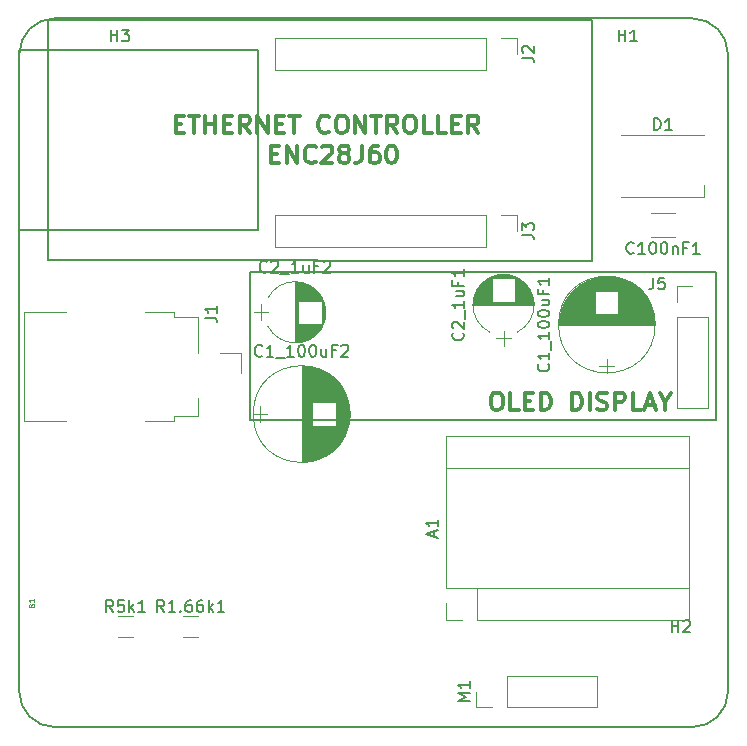
<source format=gbr>
%TF.GenerationSoftware,KiCad,Pcbnew,(5.0.1-3-g963ef8bb5)*%
%TF.CreationDate,2020-02-23T21:28:53+01:00*%
%TF.ProjectId,ethersweep,657468657273776565702E6B69636164,rev?*%
%TF.SameCoordinates,Original*%
%TF.FileFunction,Legend,Top*%
%TF.FilePolarity,Positive*%
%FSLAX46Y46*%
G04 Gerber Fmt 4.6, Leading zero omitted, Abs format (unit mm)*
G04 Created by KiCad (PCBNEW (5.0.1-3-g963ef8bb5)) date 2020 February 23, Sunday 21:28:53*
%MOMM*%
%LPD*%
G01*
G04 APERTURE LIST*
%ADD10C,0.300000*%
%ADD11C,0.150000*%
%ADD12C,0.200000*%
%ADD13C,0.120000*%
%ADD14C,0.015000*%
G04 APERTURE END LIST*
D10*
X124785714Y-101178571D02*
X125071428Y-101178571D01*
X125214285Y-101250000D01*
X125357142Y-101392857D01*
X125428571Y-101678571D01*
X125428571Y-102178571D01*
X125357142Y-102464285D01*
X125214285Y-102607142D01*
X125071428Y-102678571D01*
X124785714Y-102678571D01*
X124642857Y-102607142D01*
X124499999Y-102464285D01*
X124428571Y-102178571D01*
X124428571Y-101678571D01*
X124499999Y-101392857D01*
X124642857Y-101250000D01*
X124785714Y-101178571D01*
X126785714Y-102678571D02*
X126071428Y-102678571D01*
X126071428Y-101178571D01*
X127285714Y-101892857D02*
X127785714Y-101892857D01*
X127999999Y-102678571D02*
X127285714Y-102678571D01*
X127285714Y-101178571D01*
X127999999Y-101178571D01*
X128642857Y-102678571D02*
X128642857Y-101178571D01*
X128999999Y-101178571D01*
X129214285Y-101250000D01*
X129357142Y-101392857D01*
X129428571Y-101535714D01*
X129499999Y-101821428D01*
X129499999Y-102035714D01*
X129428571Y-102321428D01*
X129357142Y-102464285D01*
X129214285Y-102607142D01*
X128999999Y-102678571D01*
X128642857Y-102678571D01*
X131285714Y-102678571D02*
X131285714Y-101178571D01*
X131642857Y-101178571D01*
X131857142Y-101250000D01*
X131999999Y-101392857D01*
X132071428Y-101535714D01*
X132142857Y-101821428D01*
X132142857Y-102035714D01*
X132071428Y-102321428D01*
X131999999Y-102464285D01*
X131857142Y-102607142D01*
X131642857Y-102678571D01*
X131285714Y-102678571D01*
X132785714Y-102678571D02*
X132785714Y-101178571D01*
X133428571Y-102607142D02*
X133642857Y-102678571D01*
X133999999Y-102678571D01*
X134142857Y-102607142D01*
X134214285Y-102535714D01*
X134285714Y-102392857D01*
X134285714Y-102250000D01*
X134214285Y-102107142D01*
X134142857Y-102035714D01*
X133999999Y-101964285D01*
X133714285Y-101892857D01*
X133571428Y-101821428D01*
X133499999Y-101750000D01*
X133428571Y-101607142D01*
X133428571Y-101464285D01*
X133499999Y-101321428D01*
X133571428Y-101250000D01*
X133714285Y-101178571D01*
X134071428Y-101178571D01*
X134285714Y-101250000D01*
X134928571Y-102678571D02*
X134928571Y-101178571D01*
X135500000Y-101178571D01*
X135642857Y-101250000D01*
X135714285Y-101321428D01*
X135785714Y-101464285D01*
X135785714Y-101678571D01*
X135714285Y-101821428D01*
X135642857Y-101892857D01*
X135500000Y-101964285D01*
X134928571Y-101964285D01*
X137142857Y-102678571D02*
X136428571Y-102678571D01*
X136428571Y-101178571D01*
X137571428Y-102250000D02*
X138285714Y-102250000D01*
X137428571Y-102678571D02*
X137928571Y-101178571D01*
X138428571Y-102678571D01*
X139214285Y-101964285D02*
X139214285Y-102678571D01*
X138714285Y-101178571D02*
X139214285Y-101964285D01*
X139714285Y-101178571D01*
D11*
X143500000Y-91000000D02*
X143500000Y-103500000D01*
X104000000Y-91000000D02*
X143500000Y-91000000D01*
X104000000Y-103500000D02*
X104000000Y-91000000D01*
X143500000Y-103500000D02*
X104000000Y-103500000D01*
X84500000Y-72500000D02*
G75*
G02X87500000Y-69500000I3000000J0D01*
G01*
X87500000Y-129500000D02*
G75*
G02X84500000Y-126500000I0J3000000D01*
G01*
X144500000Y-126500000D02*
G75*
G02X141500000Y-129500000I-3000000J0D01*
G01*
X141500000Y-69500000D02*
G75*
G02X144500000Y-72500000I0J-3000000D01*
G01*
D12*
X84500000Y-126500000D02*
X84500000Y-72500000D01*
X141500000Y-129500000D02*
X87500000Y-129500000D01*
X144500000Y-72500000D02*
X144500000Y-126500000D01*
X87500000Y-69500000D02*
X141500000Y-69500000D01*
D10*
X97732857Y-78437857D02*
X98232857Y-78437857D01*
X98447142Y-79223571D02*
X97732857Y-79223571D01*
X97732857Y-77723571D01*
X98447142Y-77723571D01*
X98875714Y-77723571D02*
X99732857Y-77723571D01*
X99304285Y-79223571D02*
X99304285Y-77723571D01*
X100232857Y-79223571D02*
X100232857Y-77723571D01*
X100232857Y-78437857D02*
X101090000Y-78437857D01*
X101090000Y-79223571D02*
X101090000Y-77723571D01*
X101804285Y-78437857D02*
X102304285Y-78437857D01*
X102518571Y-79223571D02*
X101804285Y-79223571D01*
X101804285Y-77723571D01*
X102518571Y-77723571D01*
X104018571Y-79223571D02*
X103518571Y-78509285D01*
X103161428Y-79223571D02*
X103161428Y-77723571D01*
X103732857Y-77723571D01*
X103875714Y-77795000D01*
X103947142Y-77866428D01*
X104018571Y-78009285D01*
X104018571Y-78223571D01*
X103947142Y-78366428D01*
X103875714Y-78437857D01*
X103732857Y-78509285D01*
X103161428Y-78509285D01*
X104661428Y-79223571D02*
X104661428Y-77723571D01*
X105518571Y-79223571D01*
X105518571Y-77723571D01*
X106232857Y-78437857D02*
X106732857Y-78437857D01*
X106947142Y-79223571D02*
X106232857Y-79223571D01*
X106232857Y-77723571D01*
X106947142Y-77723571D01*
X107375714Y-77723571D02*
X108232857Y-77723571D01*
X107804285Y-79223571D02*
X107804285Y-77723571D01*
X110732857Y-79080714D02*
X110661428Y-79152142D01*
X110447142Y-79223571D01*
X110304285Y-79223571D01*
X110090000Y-79152142D01*
X109947142Y-79009285D01*
X109875714Y-78866428D01*
X109804285Y-78580714D01*
X109804285Y-78366428D01*
X109875714Y-78080714D01*
X109947142Y-77937857D01*
X110090000Y-77795000D01*
X110304285Y-77723571D01*
X110447142Y-77723571D01*
X110661428Y-77795000D01*
X110732857Y-77866428D01*
X111661428Y-77723571D02*
X111947142Y-77723571D01*
X112090000Y-77795000D01*
X112232857Y-77937857D01*
X112304285Y-78223571D01*
X112304285Y-78723571D01*
X112232857Y-79009285D01*
X112090000Y-79152142D01*
X111947142Y-79223571D01*
X111661428Y-79223571D01*
X111518571Y-79152142D01*
X111375714Y-79009285D01*
X111304285Y-78723571D01*
X111304285Y-78223571D01*
X111375714Y-77937857D01*
X111518571Y-77795000D01*
X111661428Y-77723571D01*
X112947142Y-79223571D02*
X112947142Y-77723571D01*
X113804285Y-79223571D01*
X113804285Y-77723571D01*
X114304285Y-77723571D02*
X115161428Y-77723571D01*
X114732857Y-79223571D02*
X114732857Y-77723571D01*
X116518571Y-79223571D02*
X116018571Y-78509285D01*
X115661428Y-79223571D02*
X115661428Y-77723571D01*
X116232857Y-77723571D01*
X116375714Y-77795000D01*
X116447142Y-77866428D01*
X116518571Y-78009285D01*
X116518571Y-78223571D01*
X116447142Y-78366428D01*
X116375714Y-78437857D01*
X116232857Y-78509285D01*
X115661428Y-78509285D01*
X117447142Y-77723571D02*
X117732857Y-77723571D01*
X117875714Y-77795000D01*
X118018571Y-77937857D01*
X118090000Y-78223571D01*
X118090000Y-78723571D01*
X118018571Y-79009285D01*
X117875714Y-79152142D01*
X117732857Y-79223571D01*
X117447142Y-79223571D01*
X117304285Y-79152142D01*
X117161428Y-79009285D01*
X117090000Y-78723571D01*
X117090000Y-78223571D01*
X117161428Y-77937857D01*
X117304285Y-77795000D01*
X117447142Y-77723571D01*
X119447142Y-79223571D02*
X118732857Y-79223571D01*
X118732857Y-77723571D01*
X120661428Y-79223571D02*
X119947142Y-79223571D01*
X119947142Y-77723571D01*
X121161428Y-78437857D02*
X121661428Y-78437857D01*
X121875714Y-79223571D02*
X121161428Y-79223571D01*
X121161428Y-77723571D01*
X121875714Y-77723571D01*
X123375714Y-79223571D02*
X122875714Y-78509285D01*
X122518571Y-79223571D02*
X122518571Y-77723571D01*
X123090000Y-77723571D01*
X123232857Y-77795000D01*
X123304285Y-77866428D01*
X123375714Y-78009285D01*
X123375714Y-78223571D01*
X123304285Y-78366428D01*
X123232857Y-78437857D01*
X123090000Y-78509285D01*
X122518571Y-78509285D01*
X105804285Y-80987857D02*
X106304285Y-80987857D01*
X106518571Y-81773571D02*
X105804285Y-81773571D01*
X105804285Y-80273571D01*
X106518571Y-80273571D01*
X107161428Y-81773571D02*
X107161428Y-80273571D01*
X108018571Y-81773571D01*
X108018571Y-80273571D01*
X109590000Y-81630714D02*
X109518571Y-81702142D01*
X109304285Y-81773571D01*
X109161428Y-81773571D01*
X108947142Y-81702142D01*
X108804285Y-81559285D01*
X108732857Y-81416428D01*
X108661428Y-81130714D01*
X108661428Y-80916428D01*
X108732857Y-80630714D01*
X108804285Y-80487857D01*
X108947142Y-80345000D01*
X109161428Y-80273571D01*
X109304285Y-80273571D01*
X109518571Y-80345000D01*
X109590000Y-80416428D01*
X110161428Y-80416428D02*
X110232857Y-80345000D01*
X110375714Y-80273571D01*
X110732857Y-80273571D01*
X110875714Y-80345000D01*
X110947142Y-80416428D01*
X111018571Y-80559285D01*
X111018571Y-80702142D01*
X110947142Y-80916428D01*
X110090000Y-81773571D01*
X111018571Y-81773571D01*
X111875714Y-80916428D02*
X111732857Y-80845000D01*
X111661428Y-80773571D01*
X111590000Y-80630714D01*
X111590000Y-80559285D01*
X111661428Y-80416428D01*
X111732857Y-80345000D01*
X111875714Y-80273571D01*
X112161428Y-80273571D01*
X112304285Y-80345000D01*
X112375714Y-80416428D01*
X112447142Y-80559285D01*
X112447142Y-80630714D01*
X112375714Y-80773571D01*
X112304285Y-80845000D01*
X112161428Y-80916428D01*
X111875714Y-80916428D01*
X111732857Y-80987857D01*
X111661428Y-81059285D01*
X111590000Y-81202142D01*
X111590000Y-81487857D01*
X111661428Y-81630714D01*
X111732857Y-81702142D01*
X111875714Y-81773571D01*
X112161428Y-81773571D01*
X112304285Y-81702142D01*
X112375714Y-81630714D01*
X112447142Y-81487857D01*
X112447142Y-81202142D01*
X112375714Y-81059285D01*
X112304285Y-80987857D01*
X112161428Y-80916428D01*
X113518571Y-80273571D02*
X113518571Y-81345000D01*
X113447142Y-81559285D01*
X113304285Y-81702142D01*
X113090000Y-81773571D01*
X112947142Y-81773571D01*
X114875714Y-80273571D02*
X114590000Y-80273571D01*
X114447142Y-80345000D01*
X114375714Y-80416428D01*
X114232857Y-80630714D01*
X114161428Y-80916428D01*
X114161428Y-81487857D01*
X114232857Y-81630714D01*
X114304285Y-81702142D01*
X114447142Y-81773571D01*
X114732857Y-81773571D01*
X114875714Y-81702142D01*
X114947142Y-81630714D01*
X115018571Y-81487857D01*
X115018571Y-81130714D01*
X114947142Y-80987857D01*
X114875714Y-80916428D01*
X114732857Y-80845000D01*
X114447142Y-80845000D01*
X114304285Y-80916428D01*
X114232857Y-80987857D01*
X114161428Y-81130714D01*
X115947142Y-80273571D02*
X116090000Y-80273571D01*
X116232857Y-80345000D01*
X116304285Y-80416428D01*
X116375714Y-80559285D01*
X116447142Y-80845000D01*
X116447142Y-81202142D01*
X116375714Y-81487857D01*
X116304285Y-81630714D01*
X116232857Y-81702142D01*
X116090000Y-81773571D01*
X115947142Y-81773571D01*
X115804285Y-81702142D01*
X115732857Y-81630714D01*
X115661428Y-81487857D01*
X115590000Y-81202142D01*
X115590000Y-80845000D01*
X115661428Y-80559285D01*
X115732857Y-80416428D01*
X115804285Y-80345000D01*
X115947142Y-80273571D01*
D12*
X84500000Y-72200000D02*
X104740000Y-72200000D01*
X84476289Y-87431918D02*
X84500000Y-72200000D01*
X104740000Y-87440000D02*
X84500000Y-87440000D01*
X104740000Y-72200000D02*
X104716289Y-87431918D01*
X86960000Y-69660000D02*
X133000000Y-69660000D01*
X86936289Y-89971918D02*
X86960000Y-69660000D01*
X133000000Y-90000000D02*
X86960000Y-89971918D01*
X133023711Y-69660000D02*
X133000000Y-89971918D01*
D13*
X120600000Y-104900000D02*
X120600000Y-117730000D01*
X141180000Y-104900000D02*
X120600000Y-104900000D01*
X141180000Y-120400000D02*
X141180000Y-104900000D01*
X123270000Y-120400000D02*
X141180000Y-120400000D01*
X123270000Y-117730000D02*
X123270000Y-120400000D01*
X120600000Y-117730000D02*
X123270000Y-117730000D01*
X120600000Y-120400000D02*
X122000000Y-120400000D01*
X120600000Y-119000000D02*
X120600000Y-120400000D01*
X123270000Y-117730000D02*
X141180000Y-117730000D01*
X120600000Y-107570000D02*
X141180000Y-107570000D01*
X138000000Y-88020000D02*
X140000000Y-88020000D01*
X140000000Y-85980000D02*
X138000000Y-85980000D01*
X133595001Y-98924999D02*
X134895001Y-98924999D01*
X134245001Y-99524999D02*
X134245001Y-98324999D01*
X133999001Y-91343999D02*
X134491001Y-91343999D01*
X133647001Y-91383999D02*
X134843001Y-91383999D01*
X133431001Y-91423999D02*
X135059001Y-91423999D01*
X133262001Y-91463999D02*
X135228001Y-91463999D01*
X133118001Y-91503999D02*
X135372001Y-91503999D01*
X132991001Y-91543999D02*
X135499001Y-91543999D01*
X132876001Y-91583999D02*
X135614001Y-91583999D01*
X132772001Y-91623999D02*
X135718001Y-91623999D01*
X132675001Y-91663999D02*
X135815001Y-91663999D01*
X132585001Y-91703999D02*
X135905001Y-91703999D01*
X132500001Y-91743999D02*
X135990001Y-91743999D01*
X132419001Y-91783999D02*
X136071001Y-91783999D01*
X132343001Y-91823999D02*
X136147001Y-91823999D01*
X132271001Y-91863999D02*
X136219001Y-91863999D01*
X132202001Y-91903999D02*
X136288001Y-91903999D01*
X132136001Y-91943999D02*
X136354001Y-91943999D01*
X132072001Y-91983999D02*
X136418001Y-91983999D01*
X132011001Y-92023999D02*
X136479001Y-92023999D01*
X131952001Y-92063999D02*
X136538001Y-92063999D01*
X131896001Y-92103999D02*
X136594001Y-92103999D01*
X131841001Y-92143999D02*
X136649001Y-92143999D01*
X131788001Y-92183999D02*
X136702001Y-92183999D01*
X131737001Y-92223999D02*
X136753001Y-92223999D01*
X131688001Y-92263999D02*
X136802001Y-92263999D01*
X131640001Y-92303999D02*
X136850001Y-92303999D01*
X131593001Y-92343999D02*
X136897001Y-92343999D01*
X131548001Y-92383999D02*
X136942001Y-92383999D01*
X131505001Y-92423999D02*
X136985001Y-92423999D01*
X131462001Y-92463999D02*
X137028001Y-92463999D01*
X131421001Y-92503999D02*
X137069001Y-92503999D01*
X131380001Y-92543999D02*
X137110001Y-92543999D01*
X135225001Y-92583999D02*
X137149001Y-92583999D01*
X131341001Y-92583999D02*
X133265001Y-92583999D01*
X135225001Y-92623999D02*
X137187001Y-92623999D01*
X131303001Y-92623999D02*
X133265001Y-92623999D01*
X135225001Y-92663999D02*
X137224001Y-92663999D01*
X131266001Y-92663999D02*
X133265001Y-92663999D01*
X135225001Y-92703999D02*
X137260001Y-92703999D01*
X131230001Y-92703999D02*
X133265001Y-92703999D01*
X135225001Y-92743999D02*
X137295001Y-92743999D01*
X131195001Y-92743999D02*
X133265001Y-92743999D01*
X135225001Y-92783999D02*
X137329001Y-92783999D01*
X131161001Y-92783999D02*
X133265001Y-92783999D01*
X135225001Y-92823999D02*
X137363001Y-92823999D01*
X131127001Y-92823999D02*
X133265001Y-92823999D01*
X135225001Y-92863999D02*
X137395001Y-92863999D01*
X131095001Y-92863999D02*
X133265001Y-92863999D01*
X135225001Y-92903999D02*
X137427001Y-92903999D01*
X131063001Y-92903999D02*
X133265001Y-92903999D01*
X135225001Y-92943999D02*
X137458001Y-92943999D01*
X131032001Y-92943999D02*
X133265001Y-92943999D01*
X135225001Y-92983999D02*
X137488001Y-92983999D01*
X131002001Y-92983999D02*
X133265001Y-92983999D01*
X135225001Y-93023999D02*
X137517001Y-93023999D01*
X130973001Y-93023999D02*
X133265001Y-93023999D01*
X135225001Y-93063999D02*
X137546001Y-93063999D01*
X130944001Y-93063999D02*
X133265001Y-93063999D01*
X135225001Y-93103999D02*
X137574001Y-93103999D01*
X130916001Y-93103999D02*
X133265001Y-93103999D01*
X135225001Y-93143999D02*
X137601001Y-93143999D01*
X130889001Y-93143999D02*
X133265001Y-93143999D01*
X135225001Y-93183999D02*
X137628001Y-93183999D01*
X130862001Y-93183999D02*
X133265001Y-93183999D01*
X135225001Y-93223999D02*
X137653001Y-93223999D01*
X130837001Y-93223999D02*
X133265001Y-93223999D01*
X135225001Y-93263999D02*
X137679001Y-93263999D01*
X130811001Y-93263999D02*
X133265001Y-93263999D01*
X135225001Y-93303999D02*
X137703001Y-93303999D01*
X130787001Y-93303999D02*
X133265001Y-93303999D01*
X135225001Y-93343999D02*
X137727001Y-93343999D01*
X130763001Y-93343999D02*
X133265001Y-93343999D01*
X135225001Y-93383999D02*
X137750001Y-93383999D01*
X130740001Y-93383999D02*
X133265001Y-93383999D01*
X135225001Y-93423999D02*
X137773001Y-93423999D01*
X130717001Y-93423999D02*
X133265001Y-93423999D01*
X135225001Y-93463999D02*
X137795001Y-93463999D01*
X130695001Y-93463999D02*
X133265001Y-93463999D01*
X135225001Y-93503999D02*
X137817001Y-93503999D01*
X130673001Y-93503999D02*
X133265001Y-93503999D01*
X135225001Y-93543999D02*
X137838001Y-93543999D01*
X130652001Y-93543999D02*
X133265001Y-93543999D01*
X135225001Y-93583999D02*
X137858001Y-93583999D01*
X130632001Y-93583999D02*
X133265001Y-93583999D01*
X135225001Y-93623999D02*
X137878001Y-93623999D01*
X130612001Y-93623999D02*
X133265001Y-93623999D01*
X135225001Y-93663999D02*
X137897001Y-93663999D01*
X130593001Y-93663999D02*
X133265001Y-93663999D01*
X135225001Y-93703999D02*
X137916001Y-93703999D01*
X130574001Y-93703999D02*
X133265001Y-93703999D01*
X135225001Y-93743999D02*
X137935001Y-93743999D01*
X130555001Y-93743999D02*
X133265001Y-93743999D01*
X135225001Y-93783999D02*
X137952001Y-93783999D01*
X130538001Y-93783999D02*
X133265001Y-93783999D01*
X135225001Y-93823999D02*
X137970001Y-93823999D01*
X130520001Y-93823999D02*
X133265001Y-93823999D01*
X135225001Y-93863999D02*
X137986001Y-93863999D01*
X130504001Y-93863999D02*
X133265001Y-93863999D01*
X135225001Y-93903999D02*
X138003001Y-93903999D01*
X130487001Y-93903999D02*
X133265001Y-93903999D01*
X135225001Y-93943999D02*
X138018001Y-93943999D01*
X130472001Y-93943999D02*
X133265001Y-93943999D01*
X135225001Y-93983999D02*
X138034001Y-93983999D01*
X130456001Y-93983999D02*
X133265001Y-93983999D01*
X135225001Y-94023999D02*
X138048001Y-94023999D01*
X130442001Y-94023999D02*
X133265001Y-94023999D01*
X135225001Y-94063999D02*
X138063001Y-94063999D01*
X130427001Y-94063999D02*
X133265001Y-94063999D01*
X135225001Y-94103999D02*
X138077001Y-94103999D01*
X130413001Y-94103999D02*
X133265001Y-94103999D01*
X135225001Y-94143999D02*
X138090001Y-94143999D01*
X130400001Y-94143999D02*
X133265001Y-94143999D01*
X135225001Y-94183999D02*
X138103001Y-94183999D01*
X130387001Y-94183999D02*
X133265001Y-94183999D01*
X135225001Y-94223999D02*
X138115001Y-94223999D01*
X130375001Y-94223999D02*
X133265001Y-94223999D01*
X135225001Y-94263999D02*
X138128001Y-94263999D01*
X130362001Y-94263999D02*
X133265001Y-94263999D01*
X135225001Y-94303999D02*
X138139001Y-94303999D01*
X130351001Y-94303999D02*
X133265001Y-94303999D01*
X135225001Y-94343999D02*
X138150001Y-94343999D01*
X130340001Y-94343999D02*
X133265001Y-94343999D01*
X135225001Y-94383999D02*
X138161001Y-94383999D01*
X130329001Y-94383999D02*
X133265001Y-94383999D01*
X135225001Y-94423999D02*
X138171001Y-94423999D01*
X130319001Y-94423999D02*
X133265001Y-94423999D01*
X135225001Y-94463999D02*
X138181001Y-94463999D01*
X130309001Y-94463999D02*
X133265001Y-94463999D01*
X135225001Y-94503999D02*
X138191001Y-94503999D01*
X130299001Y-94503999D02*
X133265001Y-94503999D01*
X130290001Y-94543999D02*
X138200001Y-94543999D01*
X130282001Y-94583999D02*
X138208001Y-94583999D01*
X130274001Y-94623999D02*
X138216001Y-94623999D01*
X130266001Y-94663999D02*
X138224001Y-94663999D01*
X130258001Y-94703999D02*
X138232001Y-94703999D01*
X130251001Y-94744999D02*
X138239001Y-94744999D01*
X130245001Y-94784999D02*
X138245001Y-94784999D01*
X130239001Y-94824999D02*
X138251001Y-94824999D01*
X130233001Y-94864999D02*
X138257001Y-94864999D01*
X130228001Y-94904999D02*
X138262001Y-94904999D01*
X130223001Y-94944999D02*
X138267001Y-94944999D01*
X130218001Y-94984999D02*
X138272001Y-94984999D01*
X130214001Y-95024999D02*
X138276001Y-95024999D01*
X130210001Y-95064999D02*
X138280001Y-95064999D01*
X130207001Y-95104999D02*
X138283001Y-95104999D01*
X130204001Y-95144999D02*
X138286001Y-95144999D01*
X130202001Y-95184999D02*
X138288001Y-95184999D01*
X130199001Y-95224999D02*
X138291001Y-95224999D01*
X130198001Y-95264999D02*
X138292001Y-95264999D01*
X130196001Y-95304999D02*
X138294001Y-95304999D01*
X130195001Y-95344999D02*
X138295001Y-95344999D01*
X130195001Y-95384999D02*
X138295001Y-95384999D01*
X130195001Y-95424999D02*
X138295001Y-95424999D01*
X138335001Y-95424999D02*
G75*
G03X138335001Y-95424999I-4090000J0D01*
G01*
X112490000Y-103000000D02*
G75*
G03X112490000Y-103000000I-4090000J0D01*
G01*
X108400000Y-98950000D02*
X108400000Y-107050000D01*
X108440000Y-98950000D02*
X108440000Y-107050000D01*
X108480000Y-98950000D02*
X108480000Y-107050000D01*
X108520000Y-98951000D02*
X108520000Y-107049000D01*
X108560000Y-98953000D02*
X108560000Y-107047000D01*
X108600000Y-98954000D02*
X108600000Y-107046000D01*
X108640000Y-98957000D02*
X108640000Y-107043000D01*
X108680000Y-98959000D02*
X108680000Y-107041000D01*
X108720000Y-98962000D02*
X108720000Y-107038000D01*
X108760000Y-98965000D02*
X108760000Y-107035000D01*
X108800000Y-98969000D02*
X108800000Y-107031000D01*
X108840000Y-98973000D02*
X108840000Y-107027000D01*
X108880000Y-98978000D02*
X108880000Y-107022000D01*
X108920000Y-98983000D02*
X108920000Y-107017000D01*
X108960000Y-98988000D02*
X108960000Y-107012000D01*
X109000000Y-98994000D02*
X109000000Y-107006000D01*
X109040000Y-99000000D02*
X109040000Y-107000000D01*
X109080000Y-99006000D02*
X109080000Y-106994000D01*
X109121000Y-99013000D02*
X109121000Y-106987000D01*
X109161000Y-99021000D02*
X109161000Y-106979000D01*
X109201000Y-99029000D02*
X109201000Y-106971000D01*
X109241000Y-99037000D02*
X109241000Y-106963000D01*
X109281000Y-99045000D02*
X109281000Y-106955000D01*
X109321000Y-99054000D02*
X109321000Y-102020000D01*
X109321000Y-103980000D02*
X109321000Y-106946000D01*
X109361000Y-99064000D02*
X109361000Y-102020000D01*
X109361000Y-103980000D02*
X109361000Y-106936000D01*
X109401000Y-99074000D02*
X109401000Y-102020000D01*
X109401000Y-103980000D02*
X109401000Y-106926000D01*
X109441000Y-99084000D02*
X109441000Y-102020000D01*
X109441000Y-103980000D02*
X109441000Y-106916000D01*
X109481000Y-99095000D02*
X109481000Y-102020000D01*
X109481000Y-103980000D02*
X109481000Y-106905000D01*
X109521000Y-99106000D02*
X109521000Y-102020000D01*
X109521000Y-103980000D02*
X109521000Y-106894000D01*
X109561000Y-99117000D02*
X109561000Y-102020000D01*
X109561000Y-103980000D02*
X109561000Y-106883000D01*
X109601000Y-99130000D02*
X109601000Y-102020000D01*
X109601000Y-103980000D02*
X109601000Y-106870000D01*
X109641000Y-99142000D02*
X109641000Y-102020000D01*
X109641000Y-103980000D02*
X109641000Y-106858000D01*
X109681000Y-99155000D02*
X109681000Y-102020000D01*
X109681000Y-103980000D02*
X109681000Y-106845000D01*
X109721000Y-99168000D02*
X109721000Y-102020000D01*
X109721000Y-103980000D02*
X109721000Y-106832000D01*
X109761000Y-99182000D02*
X109761000Y-102020000D01*
X109761000Y-103980000D02*
X109761000Y-106818000D01*
X109801000Y-99197000D02*
X109801000Y-102020000D01*
X109801000Y-103980000D02*
X109801000Y-106803000D01*
X109841000Y-99211000D02*
X109841000Y-102020000D01*
X109841000Y-103980000D02*
X109841000Y-106789000D01*
X109881000Y-99227000D02*
X109881000Y-102020000D01*
X109881000Y-103980000D02*
X109881000Y-106773000D01*
X109921000Y-99242000D02*
X109921000Y-102020000D01*
X109921000Y-103980000D02*
X109921000Y-106758000D01*
X109961000Y-99259000D02*
X109961000Y-102020000D01*
X109961000Y-103980000D02*
X109961000Y-106741000D01*
X110001000Y-99275000D02*
X110001000Y-102020000D01*
X110001000Y-103980000D02*
X110001000Y-106725000D01*
X110041000Y-99293000D02*
X110041000Y-102020000D01*
X110041000Y-103980000D02*
X110041000Y-106707000D01*
X110081000Y-99310000D02*
X110081000Y-102020000D01*
X110081000Y-103980000D02*
X110081000Y-106690000D01*
X110121000Y-99329000D02*
X110121000Y-102020000D01*
X110121000Y-103980000D02*
X110121000Y-106671000D01*
X110161000Y-99348000D02*
X110161000Y-102020000D01*
X110161000Y-103980000D02*
X110161000Y-106652000D01*
X110201000Y-99367000D02*
X110201000Y-102020000D01*
X110201000Y-103980000D02*
X110201000Y-106633000D01*
X110241000Y-99387000D02*
X110241000Y-102020000D01*
X110241000Y-103980000D02*
X110241000Y-106613000D01*
X110281000Y-99407000D02*
X110281000Y-102020000D01*
X110281000Y-103980000D02*
X110281000Y-106593000D01*
X110321000Y-99428000D02*
X110321000Y-102020000D01*
X110321000Y-103980000D02*
X110321000Y-106572000D01*
X110361000Y-99450000D02*
X110361000Y-102020000D01*
X110361000Y-103980000D02*
X110361000Y-106550000D01*
X110401000Y-99472000D02*
X110401000Y-102020000D01*
X110401000Y-103980000D02*
X110401000Y-106528000D01*
X110441000Y-99495000D02*
X110441000Y-102020000D01*
X110441000Y-103980000D02*
X110441000Y-106505000D01*
X110481000Y-99518000D02*
X110481000Y-102020000D01*
X110481000Y-103980000D02*
X110481000Y-106482000D01*
X110521000Y-99542000D02*
X110521000Y-102020000D01*
X110521000Y-103980000D02*
X110521000Y-106458000D01*
X110561000Y-99566000D02*
X110561000Y-102020000D01*
X110561000Y-103980000D02*
X110561000Y-106434000D01*
X110601000Y-99592000D02*
X110601000Y-102020000D01*
X110601000Y-103980000D02*
X110601000Y-106408000D01*
X110641000Y-99617000D02*
X110641000Y-102020000D01*
X110641000Y-103980000D02*
X110641000Y-106383000D01*
X110681000Y-99644000D02*
X110681000Y-102020000D01*
X110681000Y-103980000D02*
X110681000Y-106356000D01*
X110721000Y-99671000D02*
X110721000Y-102020000D01*
X110721000Y-103980000D02*
X110721000Y-106329000D01*
X110761000Y-99699000D02*
X110761000Y-102020000D01*
X110761000Y-103980000D02*
X110761000Y-106301000D01*
X110801000Y-99728000D02*
X110801000Y-102020000D01*
X110801000Y-103980000D02*
X110801000Y-106272000D01*
X110841000Y-99757000D02*
X110841000Y-102020000D01*
X110841000Y-103980000D02*
X110841000Y-106243000D01*
X110881000Y-99787000D02*
X110881000Y-102020000D01*
X110881000Y-103980000D02*
X110881000Y-106213000D01*
X110921000Y-99818000D02*
X110921000Y-102020000D01*
X110921000Y-103980000D02*
X110921000Y-106182000D01*
X110961000Y-99850000D02*
X110961000Y-102020000D01*
X110961000Y-103980000D02*
X110961000Y-106150000D01*
X111001000Y-99882000D02*
X111001000Y-102020000D01*
X111001000Y-103980000D02*
X111001000Y-106118000D01*
X111041000Y-99916000D02*
X111041000Y-102020000D01*
X111041000Y-103980000D02*
X111041000Y-106084000D01*
X111081000Y-99950000D02*
X111081000Y-102020000D01*
X111081000Y-103980000D02*
X111081000Y-106050000D01*
X111121000Y-99985000D02*
X111121000Y-102020000D01*
X111121000Y-103980000D02*
X111121000Y-106015000D01*
X111161000Y-100021000D02*
X111161000Y-102020000D01*
X111161000Y-103980000D02*
X111161000Y-105979000D01*
X111201000Y-100058000D02*
X111201000Y-102020000D01*
X111201000Y-103980000D02*
X111201000Y-105942000D01*
X111241000Y-100096000D02*
X111241000Y-102020000D01*
X111241000Y-103980000D02*
X111241000Y-105904000D01*
X111281000Y-100135000D02*
X111281000Y-105865000D01*
X111321000Y-100176000D02*
X111321000Y-105824000D01*
X111361000Y-100217000D02*
X111361000Y-105783000D01*
X111401000Y-100260000D02*
X111401000Y-105740000D01*
X111441000Y-100303000D02*
X111441000Y-105697000D01*
X111481000Y-100348000D02*
X111481000Y-105652000D01*
X111521000Y-100395000D02*
X111521000Y-105605000D01*
X111561000Y-100443000D02*
X111561000Y-105557000D01*
X111601000Y-100492000D02*
X111601000Y-105508000D01*
X111641000Y-100543000D02*
X111641000Y-105457000D01*
X111681000Y-100596000D02*
X111681000Y-105404000D01*
X111721000Y-100651000D02*
X111721000Y-105349000D01*
X111761000Y-100707000D02*
X111761000Y-105293000D01*
X111801000Y-100766000D02*
X111801000Y-105234000D01*
X111841000Y-100827000D02*
X111841000Y-105173000D01*
X111881000Y-100891000D02*
X111881000Y-105109000D01*
X111921000Y-100957000D02*
X111921000Y-105043000D01*
X111961000Y-101026000D02*
X111961000Y-104974000D01*
X112001000Y-101098000D02*
X112001000Y-104902000D01*
X112041000Y-101174000D02*
X112041000Y-104826000D01*
X112081000Y-101255000D02*
X112081000Y-104745000D01*
X112121000Y-101340000D02*
X112121000Y-104660000D01*
X112161000Y-101430000D02*
X112161000Y-104570000D01*
X112201000Y-101527000D02*
X112201000Y-104473000D01*
X112241000Y-101631000D02*
X112241000Y-104369000D01*
X112281000Y-101746000D02*
X112281000Y-104254000D01*
X112321000Y-101873000D02*
X112321000Y-104127000D01*
X112361000Y-102017000D02*
X112361000Y-103983000D01*
X112401000Y-102186000D02*
X112401000Y-103814000D01*
X112441000Y-102402000D02*
X112441000Y-103598000D01*
X112481000Y-102754000D02*
X112481000Y-103246000D01*
X104300000Y-103000000D02*
X105500000Y-103000000D01*
X104900000Y-102350000D02*
X104900000Y-103650000D01*
X124850000Y-96600000D02*
X126150000Y-96600000D01*
X125500000Y-97200000D02*
X125500000Y-96000000D01*
X125146000Y-91189000D02*
X125854000Y-91189000D01*
X124941000Y-91229000D02*
X126059000Y-91229000D01*
X124793000Y-91269000D02*
X126207000Y-91269000D01*
X124671000Y-91309000D02*
X126329000Y-91309000D01*
X124566000Y-91349000D02*
X126434000Y-91349000D01*
X124472000Y-91389000D02*
X126528000Y-91389000D01*
X124388000Y-91429000D02*
X126612000Y-91429000D01*
X124311000Y-91469000D02*
X126689000Y-91469000D01*
X124239000Y-91509000D02*
X126761000Y-91509000D01*
X126480000Y-91549000D02*
X126827000Y-91549000D01*
X124173000Y-91549000D02*
X124520000Y-91549000D01*
X126480000Y-91589000D02*
X126890000Y-91589000D01*
X124110000Y-91589000D02*
X124520000Y-91589000D01*
X126480000Y-91629000D02*
X126948000Y-91629000D01*
X124052000Y-91629000D02*
X124520000Y-91629000D01*
X126480000Y-91669000D02*
X127004000Y-91669000D01*
X123996000Y-91669000D02*
X124520000Y-91669000D01*
X126480000Y-91709000D02*
X127056000Y-91709000D01*
X123944000Y-91709000D02*
X124520000Y-91709000D01*
X126480000Y-91749000D02*
X127106000Y-91749000D01*
X123894000Y-91749000D02*
X124520000Y-91749000D01*
X126480000Y-91789000D02*
X127154000Y-91789000D01*
X123846000Y-91789000D02*
X124520000Y-91789000D01*
X126480000Y-91829000D02*
X127199000Y-91829000D01*
X123801000Y-91829000D02*
X124520000Y-91829000D01*
X126480000Y-91869000D02*
X127242000Y-91869000D01*
X123758000Y-91869000D02*
X124520000Y-91869000D01*
X126480000Y-91909000D02*
X127283000Y-91909000D01*
X123717000Y-91909000D02*
X124520000Y-91909000D01*
X126480000Y-91949000D02*
X127323000Y-91949000D01*
X123677000Y-91949000D02*
X124520000Y-91949000D01*
X126480000Y-91989000D02*
X127361000Y-91989000D01*
X123639000Y-91989000D02*
X124520000Y-91989000D01*
X126480000Y-92029000D02*
X127397000Y-92029000D01*
X123603000Y-92029000D02*
X124520000Y-92029000D01*
X126480000Y-92069000D02*
X127432000Y-92069000D01*
X123568000Y-92069000D02*
X124520000Y-92069000D01*
X126480000Y-92109000D02*
X127465000Y-92109000D01*
X123535000Y-92109000D02*
X124520000Y-92109000D01*
X126480000Y-92149000D02*
X127497000Y-92149000D01*
X123503000Y-92149000D02*
X124520000Y-92149000D01*
X126480000Y-92189000D02*
X127528000Y-92189000D01*
X123472000Y-92189000D02*
X124520000Y-92189000D01*
X126480000Y-92229000D02*
X127558000Y-92229000D01*
X123442000Y-92229000D02*
X124520000Y-92229000D01*
X126480000Y-92269000D02*
X127586000Y-92269000D01*
X123414000Y-92269000D02*
X124520000Y-92269000D01*
X126480000Y-92309000D02*
X127613000Y-92309000D01*
X123387000Y-92309000D02*
X124520000Y-92309000D01*
X126480000Y-92349000D02*
X127640000Y-92349000D01*
X123360000Y-92349000D02*
X124520000Y-92349000D01*
X126480000Y-92389000D02*
X127665000Y-92389000D01*
X123335000Y-92389000D02*
X124520000Y-92389000D01*
X126480000Y-92429000D02*
X127689000Y-92429000D01*
X123311000Y-92429000D02*
X124520000Y-92429000D01*
X126480000Y-92469000D02*
X127712000Y-92469000D01*
X123288000Y-92469000D02*
X124520000Y-92469000D01*
X126480000Y-92509000D02*
X127734000Y-92509000D01*
X123266000Y-92509000D02*
X124520000Y-92509000D01*
X126480000Y-92549000D02*
X127756000Y-92549000D01*
X123244000Y-92549000D02*
X124520000Y-92549000D01*
X126480000Y-92589000D02*
X127776000Y-92589000D01*
X123224000Y-92589000D02*
X124520000Y-92589000D01*
X126480000Y-92629000D02*
X127796000Y-92629000D01*
X123204000Y-92629000D02*
X124520000Y-92629000D01*
X126480000Y-92669000D02*
X127815000Y-92669000D01*
X123185000Y-92669000D02*
X124520000Y-92669000D01*
X126480000Y-92709000D02*
X127833000Y-92709000D01*
X123167000Y-92709000D02*
X124520000Y-92709000D01*
X126480000Y-92749000D02*
X127850000Y-92749000D01*
X123150000Y-92749000D02*
X124520000Y-92749000D01*
X126480000Y-92789000D02*
X127866000Y-92789000D01*
X123134000Y-92789000D02*
X124520000Y-92789000D01*
X126480000Y-92829000D02*
X127882000Y-92829000D01*
X123118000Y-92829000D02*
X124520000Y-92829000D01*
X126480000Y-92869000D02*
X127896000Y-92869000D01*
X123104000Y-92869000D02*
X124520000Y-92869000D01*
X126480000Y-92909000D02*
X127910000Y-92909000D01*
X123090000Y-92909000D02*
X124520000Y-92909000D01*
X126480000Y-92949000D02*
X127924000Y-92949000D01*
X123076000Y-92949000D02*
X124520000Y-92949000D01*
X126480000Y-92989000D02*
X127936000Y-92989000D01*
X123064000Y-92989000D02*
X124520000Y-92989000D01*
X126480000Y-93029000D02*
X127948000Y-93029000D01*
X123052000Y-93029000D02*
X124520000Y-93029000D01*
X126480000Y-93070000D02*
X127960000Y-93070000D01*
X123040000Y-93070000D02*
X124520000Y-93070000D01*
X126480000Y-93110000D02*
X127970000Y-93110000D01*
X123030000Y-93110000D02*
X124520000Y-93110000D01*
X126480000Y-93150000D02*
X127980000Y-93150000D01*
X123020000Y-93150000D02*
X124520000Y-93150000D01*
X126480000Y-93190000D02*
X127989000Y-93190000D01*
X123011000Y-93190000D02*
X124520000Y-93190000D01*
X126480000Y-93230000D02*
X127998000Y-93230000D01*
X123002000Y-93230000D02*
X124520000Y-93230000D01*
X126480000Y-93270000D02*
X128006000Y-93270000D01*
X122994000Y-93270000D02*
X124520000Y-93270000D01*
X126480000Y-93310000D02*
X128013000Y-93310000D01*
X122987000Y-93310000D02*
X124520000Y-93310000D01*
X126480000Y-93350000D02*
X128019000Y-93350000D01*
X122981000Y-93350000D02*
X124520000Y-93350000D01*
X126480000Y-93390000D02*
X128025000Y-93390000D01*
X122975000Y-93390000D02*
X124520000Y-93390000D01*
X126480000Y-93430000D02*
X128031000Y-93430000D01*
X122969000Y-93430000D02*
X124520000Y-93430000D01*
X126480000Y-93470000D02*
X128035000Y-93470000D01*
X122965000Y-93470000D02*
X124520000Y-93470000D01*
X122961000Y-93510000D02*
X128039000Y-93510000D01*
X122957000Y-93550000D02*
X128043000Y-93550000D01*
X122954000Y-93590000D02*
X128046000Y-93590000D01*
X122952000Y-93630000D02*
X128048000Y-93630000D01*
X122951000Y-93670000D02*
X128049000Y-93670000D01*
X122950000Y-93710000D02*
X128050000Y-93710000D01*
X122950000Y-93750000D02*
X128050000Y-93750000D01*
X126679723Y-91444278D02*
G75*
G03X124320000Y-91444420I-1179723J-2305722D01*
G01*
X126679723Y-91444278D02*
G75*
G02X126680000Y-96055580I-1179723J-2305722D01*
G01*
X124320277Y-91444278D02*
G75*
G03X124320000Y-96055580I1179723J-2305722D01*
G01*
X110155723Y-93195278D02*
G75*
G03X105544421Y-93195001I-2305722J-1179723D01*
G01*
X110155723Y-95554724D02*
G75*
G02X105544421Y-95555001I-2305722J1179723D01*
G01*
X110155723Y-95554724D02*
G75*
G03X110155581Y-93195001I-2305722J1179723D01*
G01*
X107850001Y-91825001D02*
X107850001Y-96925001D01*
X107890001Y-91825001D02*
X107890001Y-96925001D01*
X107930001Y-91826001D02*
X107930001Y-96924001D01*
X107970001Y-91827001D02*
X107970001Y-96923001D01*
X108010001Y-91829001D02*
X108010001Y-96921001D01*
X108050001Y-91832001D02*
X108050001Y-96918001D01*
X108090001Y-91836001D02*
X108090001Y-96914001D01*
X108130001Y-91840001D02*
X108130001Y-93395001D01*
X108130001Y-95355001D02*
X108130001Y-96910001D01*
X108170001Y-91844001D02*
X108170001Y-93395001D01*
X108170001Y-95355001D02*
X108170001Y-96906001D01*
X108210001Y-91850001D02*
X108210001Y-93395001D01*
X108210001Y-95355001D02*
X108210001Y-96900001D01*
X108250001Y-91856001D02*
X108250001Y-93395001D01*
X108250001Y-95355001D02*
X108250001Y-96894001D01*
X108290001Y-91862001D02*
X108290001Y-93395001D01*
X108290001Y-95355001D02*
X108290001Y-96888001D01*
X108330001Y-91869001D02*
X108330001Y-93395001D01*
X108330001Y-95355001D02*
X108330001Y-96881001D01*
X108370001Y-91877001D02*
X108370001Y-93395001D01*
X108370001Y-95355001D02*
X108370001Y-96873001D01*
X108410001Y-91886001D02*
X108410001Y-93395001D01*
X108410001Y-95355001D02*
X108410001Y-96864001D01*
X108450001Y-91895001D02*
X108450001Y-93395001D01*
X108450001Y-95355001D02*
X108450001Y-96855001D01*
X108490001Y-91905001D02*
X108490001Y-93395001D01*
X108490001Y-95355001D02*
X108490001Y-96845001D01*
X108530001Y-91915001D02*
X108530001Y-93395001D01*
X108530001Y-95355001D02*
X108530001Y-96835001D01*
X108571001Y-91927001D02*
X108571001Y-93395001D01*
X108571001Y-95355001D02*
X108571001Y-96823001D01*
X108611001Y-91939001D02*
X108611001Y-93395001D01*
X108611001Y-95355001D02*
X108611001Y-96811001D01*
X108651001Y-91951001D02*
X108651001Y-93395001D01*
X108651001Y-95355001D02*
X108651001Y-96799001D01*
X108691001Y-91965001D02*
X108691001Y-93395001D01*
X108691001Y-95355001D02*
X108691001Y-96785001D01*
X108731001Y-91979001D02*
X108731001Y-93395001D01*
X108731001Y-95355001D02*
X108731001Y-96771001D01*
X108771001Y-91993001D02*
X108771001Y-93395001D01*
X108771001Y-95355001D02*
X108771001Y-96757001D01*
X108811001Y-92009001D02*
X108811001Y-93395001D01*
X108811001Y-95355001D02*
X108811001Y-96741001D01*
X108851001Y-92025001D02*
X108851001Y-93395001D01*
X108851001Y-95355001D02*
X108851001Y-96725001D01*
X108891001Y-92042001D02*
X108891001Y-93395001D01*
X108891001Y-95355001D02*
X108891001Y-96708001D01*
X108931001Y-92060001D02*
X108931001Y-93395001D01*
X108931001Y-95355001D02*
X108931001Y-96690001D01*
X108971001Y-92079001D02*
X108971001Y-93395001D01*
X108971001Y-95355001D02*
X108971001Y-96671001D01*
X109011001Y-92099001D02*
X109011001Y-93395001D01*
X109011001Y-95355001D02*
X109011001Y-96651001D01*
X109051001Y-92119001D02*
X109051001Y-93395001D01*
X109051001Y-95355001D02*
X109051001Y-96631001D01*
X109091001Y-92141001D02*
X109091001Y-93395001D01*
X109091001Y-95355001D02*
X109091001Y-96609001D01*
X109131001Y-92163001D02*
X109131001Y-93395001D01*
X109131001Y-95355001D02*
X109131001Y-96587001D01*
X109171001Y-92186001D02*
X109171001Y-93395001D01*
X109171001Y-95355001D02*
X109171001Y-96564001D01*
X109211001Y-92210001D02*
X109211001Y-93395001D01*
X109211001Y-95355001D02*
X109211001Y-96540001D01*
X109251001Y-92235001D02*
X109251001Y-93395001D01*
X109251001Y-95355001D02*
X109251001Y-96515001D01*
X109291001Y-92262001D02*
X109291001Y-93395001D01*
X109291001Y-95355001D02*
X109291001Y-96488001D01*
X109331001Y-92289001D02*
X109331001Y-93395001D01*
X109331001Y-95355001D02*
X109331001Y-96461001D01*
X109371001Y-92317001D02*
X109371001Y-93395001D01*
X109371001Y-95355001D02*
X109371001Y-96433001D01*
X109411001Y-92347001D02*
X109411001Y-93395001D01*
X109411001Y-95355001D02*
X109411001Y-96403001D01*
X109451001Y-92378001D02*
X109451001Y-93395001D01*
X109451001Y-95355001D02*
X109451001Y-96372001D01*
X109491001Y-92410001D02*
X109491001Y-93395001D01*
X109491001Y-95355001D02*
X109491001Y-96340001D01*
X109531001Y-92443001D02*
X109531001Y-93395001D01*
X109531001Y-95355001D02*
X109531001Y-96307001D01*
X109571001Y-92478001D02*
X109571001Y-93395001D01*
X109571001Y-95355001D02*
X109571001Y-96272001D01*
X109611001Y-92514001D02*
X109611001Y-93395001D01*
X109611001Y-95355001D02*
X109611001Y-96236001D01*
X109651001Y-92552001D02*
X109651001Y-93395001D01*
X109651001Y-95355001D02*
X109651001Y-96198001D01*
X109691001Y-92592001D02*
X109691001Y-93395001D01*
X109691001Y-95355001D02*
X109691001Y-96158001D01*
X109731001Y-92633001D02*
X109731001Y-93395001D01*
X109731001Y-95355001D02*
X109731001Y-96117001D01*
X109771001Y-92676001D02*
X109771001Y-93395001D01*
X109771001Y-95355001D02*
X109771001Y-96074001D01*
X109811001Y-92721001D02*
X109811001Y-93395001D01*
X109811001Y-95355001D02*
X109811001Y-96029001D01*
X109851001Y-92769001D02*
X109851001Y-93395001D01*
X109851001Y-95355001D02*
X109851001Y-95981001D01*
X109891001Y-92819001D02*
X109891001Y-93395001D01*
X109891001Y-95355001D02*
X109891001Y-95931001D01*
X109931001Y-92871001D02*
X109931001Y-93395001D01*
X109931001Y-95355001D02*
X109931001Y-95879001D01*
X109971001Y-92927001D02*
X109971001Y-93395001D01*
X109971001Y-95355001D02*
X109971001Y-95823001D01*
X110011001Y-92985001D02*
X110011001Y-93395001D01*
X110011001Y-95355001D02*
X110011001Y-95765001D01*
X110051001Y-93048001D02*
X110051001Y-93395001D01*
X110051001Y-95355001D02*
X110051001Y-95702001D01*
X110091001Y-93114001D02*
X110091001Y-95636001D01*
X110131001Y-93186001D02*
X110131001Y-95564001D01*
X110171001Y-93263001D02*
X110171001Y-95487001D01*
X110211001Y-93347001D02*
X110211001Y-95403001D01*
X110251001Y-93441001D02*
X110251001Y-95309001D01*
X110291001Y-93546001D02*
X110291001Y-95204001D01*
X110331001Y-93668001D02*
X110331001Y-95082001D01*
X110371001Y-93816001D02*
X110371001Y-94934001D01*
X110411001Y-94021001D02*
X110411001Y-94729001D01*
X104400001Y-94375001D02*
X105600001Y-94375001D01*
X105000001Y-93725001D02*
X105000001Y-95025001D01*
X142475001Y-84595001D02*
X142475001Y-83595001D01*
X135475001Y-84595001D02*
X142475001Y-84595001D01*
X135475001Y-79395001D02*
X142475001Y-79395001D01*
X103240000Y-97810000D02*
X103240000Y-99550000D01*
X101500000Y-97810000D02*
X103240000Y-97810000D01*
X97600000Y-103600000D02*
X95150000Y-103600000D01*
X97600000Y-103200000D02*
X97600000Y-103600000D01*
X99600000Y-103200000D02*
X97600000Y-103200000D01*
X99600000Y-101600000D02*
X99600000Y-103200000D01*
X99600000Y-94800000D02*
X99600000Y-97800000D01*
X97600000Y-94800000D02*
X99600000Y-94800000D01*
X97600000Y-94400000D02*
X97600000Y-94800000D01*
X95150000Y-94400000D02*
X97600000Y-94400000D01*
X84900000Y-94400000D02*
X88450000Y-94400000D01*
X84900000Y-103600000D02*
X84900000Y-94400000D01*
X88450000Y-103600000D02*
X84900000Y-103600000D01*
X126610000Y-71170000D02*
X126610000Y-72500000D01*
X125280000Y-71170000D02*
X126610000Y-71170000D01*
X124010000Y-71170000D02*
X124010000Y-73830000D01*
X124010000Y-73830000D02*
X106170000Y-73830000D01*
X124010000Y-71170000D02*
X106170000Y-71170000D01*
X106170000Y-71170000D02*
X106170000Y-73830000D01*
X106170000Y-86170000D02*
X106170000Y-88830000D01*
X124010000Y-86170000D02*
X106170000Y-86170000D01*
X124010000Y-88830000D02*
X106170000Y-88830000D01*
X124010000Y-86170000D02*
X124010000Y-88830000D01*
X125280000Y-86170000D02*
X126610000Y-86170000D01*
X126610000Y-86170000D02*
X126610000Y-87500000D01*
X140170000Y-102450000D02*
X142830000Y-102450000D01*
X140170000Y-94770000D02*
X140170000Y-102450000D01*
X142830000Y-94770000D02*
X142830000Y-102450000D01*
X140170000Y-94770000D02*
X142830000Y-94770000D01*
X140170000Y-93500000D02*
X140170000Y-92170000D01*
X140170000Y-92170000D02*
X141500000Y-92170000D01*
X123170000Y-127830000D02*
X123170000Y-126500000D01*
X124500000Y-127830000D02*
X123170000Y-127830000D01*
X125770000Y-127830000D02*
X125770000Y-125170000D01*
X125770000Y-125170000D02*
X133450000Y-125170000D01*
X125770000Y-127830000D02*
X133450000Y-127830000D01*
X133450000Y-127830000D02*
X133450000Y-125170000D01*
X99600000Y-121880000D02*
X98400000Y-121880000D01*
X98400000Y-120120000D02*
X99600000Y-120120000D01*
X92900000Y-120120000D02*
X94100000Y-120120000D01*
X94100000Y-121880000D02*
X92900000Y-121880000D01*
D11*
X119626666Y-113364285D02*
X119626666Y-112888095D01*
X119912380Y-113459523D02*
X118912380Y-113126190D01*
X119912380Y-112792857D01*
X119912380Y-111935714D02*
X119912380Y-112507142D01*
X119912380Y-112221428D02*
X118912380Y-112221428D01*
X119055238Y-112316666D01*
X119150476Y-112411904D01*
X119198095Y-112507142D01*
D14*
X85523914Y-119194285D02*
X85546771Y-119125714D01*
X85569628Y-119102857D01*
X85615342Y-119080000D01*
X85683914Y-119080000D01*
X85729628Y-119102857D01*
X85752485Y-119125714D01*
X85775342Y-119171428D01*
X85775342Y-119354285D01*
X85295342Y-119354285D01*
X85295342Y-119194285D01*
X85318200Y-119148571D01*
X85341057Y-119125714D01*
X85386771Y-119102857D01*
X85432485Y-119102857D01*
X85478200Y-119125714D01*
X85501057Y-119148571D01*
X85523914Y-119194285D01*
X85523914Y-119354285D01*
X85775342Y-118622857D02*
X85775342Y-118897142D01*
X85775342Y-118760000D02*
X85295342Y-118760000D01*
X85363914Y-118805714D01*
X85409628Y-118851428D01*
X85432485Y-118897142D01*
D11*
X136523809Y-89357142D02*
X136476190Y-89404761D01*
X136333333Y-89452380D01*
X136238095Y-89452380D01*
X136095238Y-89404761D01*
X136000000Y-89309523D01*
X135952380Y-89214285D01*
X135904761Y-89023809D01*
X135904761Y-88880952D01*
X135952380Y-88690476D01*
X136000000Y-88595238D01*
X136095238Y-88500000D01*
X136238095Y-88452380D01*
X136333333Y-88452380D01*
X136476190Y-88500000D01*
X136523809Y-88547619D01*
X137476190Y-89452380D02*
X136904761Y-89452380D01*
X137190476Y-89452380D02*
X137190476Y-88452380D01*
X137095238Y-88595238D01*
X137000000Y-88690476D01*
X136904761Y-88738095D01*
X138095238Y-88452380D02*
X138190476Y-88452380D01*
X138285714Y-88500000D01*
X138333333Y-88547619D01*
X138380952Y-88642857D01*
X138428571Y-88833333D01*
X138428571Y-89071428D01*
X138380952Y-89261904D01*
X138333333Y-89357142D01*
X138285714Y-89404761D01*
X138190476Y-89452380D01*
X138095238Y-89452380D01*
X138000000Y-89404761D01*
X137952380Y-89357142D01*
X137904761Y-89261904D01*
X137857142Y-89071428D01*
X137857142Y-88833333D01*
X137904761Y-88642857D01*
X137952380Y-88547619D01*
X138000000Y-88500000D01*
X138095238Y-88452380D01*
X139047619Y-88452380D02*
X139142857Y-88452380D01*
X139238095Y-88500000D01*
X139285714Y-88547619D01*
X139333333Y-88642857D01*
X139380952Y-88833333D01*
X139380952Y-89071428D01*
X139333333Y-89261904D01*
X139285714Y-89357142D01*
X139238095Y-89404761D01*
X139142857Y-89452380D01*
X139047619Y-89452380D01*
X138952380Y-89404761D01*
X138904761Y-89357142D01*
X138857142Y-89261904D01*
X138809523Y-89071428D01*
X138809523Y-88833333D01*
X138857142Y-88642857D01*
X138904761Y-88547619D01*
X138952380Y-88500000D01*
X139047619Y-88452380D01*
X139809523Y-88785714D02*
X139809523Y-89452380D01*
X139809523Y-88880952D02*
X139857142Y-88833333D01*
X139952380Y-88785714D01*
X140095238Y-88785714D01*
X140190476Y-88833333D01*
X140238095Y-88928571D01*
X140238095Y-89452380D01*
X141047619Y-88928571D02*
X140714285Y-88928571D01*
X140714285Y-89452380D02*
X140714285Y-88452380D01*
X141190476Y-88452380D01*
X142095238Y-89452380D02*
X141523809Y-89452380D01*
X141809523Y-89452380D02*
X141809523Y-88452380D01*
X141714285Y-88595238D01*
X141619047Y-88690476D01*
X141523809Y-88738095D01*
X129292143Y-98758332D02*
X129339762Y-98805951D01*
X129387381Y-98948808D01*
X129387381Y-99044046D01*
X129339762Y-99186903D01*
X129244524Y-99282141D01*
X129149286Y-99329760D01*
X128958810Y-99377379D01*
X128815953Y-99377379D01*
X128625477Y-99329760D01*
X128530239Y-99282141D01*
X128435001Y-99186903D01*
X128387381Y-99044046D01*
X128387381Y-98948808D01*
X128435001Y-98805951D01*
X128482620Y-98758332D01*
X129387381Y-97805951D02*
X129387381Y-98377379D01*
X129387381Y-98091665D02*
X128387381Y-98091665D01*
X128530239Y-98186903D01*
X128625477Y-98282141D01*
X128673096Y-98377379D01*
X129482620Y-97615475D02*
X129482620Y-96853570D01*
X129387381Y-96091665D02*
X129387381Y-96663094D01*
X129387381Y-96377379D02*
X128387381Y-96377379D01*
X128530239Y-96472618D01*
X128625477Y-96567856D01*
X128673096Y-96663094D01*
X128387381Y-95472618D02*
X128387381Y-95377379D01*
X128435001Y-95282141D01*
X128482620Y-95234522D01*
X128577858Y-95186903D01*
X128768334Y-95139284D01*
X129006429Y-95139284D01*
X129196905Y-95186903D01*
X129292143Y-95234522D01*
X129339762Y-95282141D01*
X129387381Y-95377379D01*
X129387381Y-95472618D01*
X129339762Y-95567856D01*
X129292143Y-95615475D01*
X129196905Y-95663094D01*
X129006429Y-95710713D01*
X128768334Y-95710713D01*
X128577858Y-95663094D01*
X128482620Y-95615475D01*
X128435001Y-95567856D01*
X128387381Y-95472618D01*
X128387381Y-94520237D02*
X128387381Y-94424998D01*
X128435001Y-94329760D01*
X128482620Y-94282141D01*
X128577858Y-94234522D01*
X128768334Y-94186903D01*
X129006429Y-94186903D01*
X129196905Y-94234522D01*
X129292143Y-94282141D01*
X129339762Y-94329760D01*
X129387381Y-94424998D01*
X129387381Y-94520237D01*
X129339762Y-94615475D01*
X129292143Y-94663094D01*
X129196905Y-94710713D01*
X129006429Y-94758332D01*
X128768334Y-94758332D01*
X128577858Y-94710713D01*
X128482620Y-94663094D01*
X128435001Y-94615475D01*
X128387381Y-94520237D01*
X128720715Y-93329760D02*
X129387381Y-93329760D01*
X128720715Y-93758332D02*
X129244524Y-93758332D01*
X129339762Y-93710713D01*
X129387381Y-93615475D01*
X129387381Y-93472618D01*
X129339762Y-93377379D01*
X129292143Y-93329760D01*
X128863572Y-92520237D02*
X128863572Y-92853570D01*
X129387381Y-92853570D02*
X128387381Y-92853570D01*
X128387381Y-92377379D01*
X129387381Y-91472618D02*
X129387381Y-92044046D01*
X129387381Y-91758332D02*
X128387381Y-91758332D01*
X128530239Y-91853570D01*
X128625477Y-91948808D01*
X128673096Y-92044046D01*
X105066666Y-98047142D02*
X105019047Y-98094761D01*
X104876190Y-98142380D01*
X104780952Y-98142380D01*
X104638095Y-98094761D01*
X104542857Y-97999523D01*
X104495238Y-97904285D01*
X104447619Y-97713809D01*
X104447619Y-97570952D01*
X104495238Y-97380476D01*
X104542857Y-97285238D01*
X104638095Y-97190000D01*
X104780952Y-97142380D01*
X104876190Y-97142380D01*
X105019047Y-97190000D01*
X105066666Y-97237619D01*
X106019047Y-98142380D02*
X105447619Y-98142380D01*
X105733333Y-98142380D02*
X105733333Y-97142380D01*
X105638095Y-97285238D01*
X105542857Y-97380476D01*
X105447619Y-97428095D01*
X106209523Y-98237619D02*
X106971428Y-98237619D01*
X107733333Y-98142380D02*
X107161904Y-98142380D01*
X107447619Y-98142380D02*
X107447619Y-97142380D01*
X107352380Y-97285238D01*
X107257142Y-97380476D01*
X107161904Y-97428095D01*
X108352380Y-97142380D02*
X108447619Y-97142380D01*
X108542857Y-97190000D01*
X108590476Y-97237619D01*
X108638095Y-97332857D01*
X108685714Y-97523333D01*
X108685714Y-97761428D01*
X108638095Y-97951904D01*
X108590476Y-98047142D01*
X108542857Y-98094761D01*
X108447619Y-98142380D01*
X108352380Y-98142380D01*
X108257142Y-98094761D01*
X108209523Y-98047142D01*
X108161904Y-97951904D01*
X108114285Y-97761428D01*
X108114285Y-97523333D01*
X108161904Y-97332857D01*
X108209523Y-97237619D01*
X108257142Y-97190000D01*
X108352380Y-97142380D01*
X109304761Y-97142380D02*
X109400000Y-97142380D01*
X109495238Y-97190000D01*
X109542857Y-97237619D01*
X109590476Y-97332857D01*
X109638095Y-97523333D01*
X109638095Y-97761428D01*
X109590476Y-97951904D01*
X109542857Y-98047142D01*
X109495238Y-98094761D01*
X109400000Y-98142380D01*
X109304761Y-98142380D01*
X109209523Y-98094761D01*
X109161904Y-98047142D01*
X109114285Y-97951904D01*
X109066666Y-97761428D01*
X109066666Y-97523333D01*
X109114285Y-97332857D01*
X109161904Y-97237619D01*
X109209523Y-97190000D01*
X109304761Y-97142380D01*
X110495238Y-97475714D02*
X110495238Y-98142380D01*
X110066666Y-97475714D02*
X110066666Y-97999523D01*
X110114285Y-98094761D01*
X110209523Y-98142380D01*
X110352380Y-98142380D01*
X110447619Y-98094761D01*
X110495238Y-98047142D01*
X111304761Y-97618571D02*
X110971428Y-97618571D01*
X110971428Y-98142380D02*
X110971428Y-97142380D01*
X111447619Y-97142380D01*
X111780952Y-97237619D02*
X111828571Y-97190000D01*
X111923809Y-97142380D01*
X112161904Y-97142380D01*
X112257142Y-97190000D01*
X112304761Y-97237619D01*
X112352380Y-97332857D01*
X112352380Y-97428095D01*
X112304761Y-97570952D01*
X111733333Y-98142380D01*
X112352380Y-98142380D01*
X122047142Y-96130952D02*
X122094761Y-96178571D01*
X122142380Y-96321428D01*
X122142380Y-96416666D01*
X122094761Y-96559523D01*
X121999523Y-96654761D01*
X121904285Y-96702380D01*
X121713809Y-96750000D01*
X121570952Y-96750000D01*
X121380476Y-96702380D01*
X121285238Y-96654761D01*
X121190000Y-96559523D01*
X121142380Y-96416666D01*
X121142380Y-96321428D01*
X121190000Y-96178571D01*
X121237619Y-96130952D01*
X121237619Y-95750000D02*
X121190000Y-95702380D01*
X121142380Y-95607142D01*
X121142380Y-95369047D01*
X121190000Y-95273809D01*
X121237619Y-95226190D01*
X121332857Y-95178571D01*
X121428095Y-95178571D01*
X121570952Y-95226190D01*
X122142380Y-95797619D01*
X122142380Y-95178571D01*
X122237619Y-94988095D02*
X122237619Y-94226190D01*
X122142380Y-93464285D02*
X122142380Y-94035714D01*
X122142380Y-93750000D02*
X121142380Y-93750000D01*
X121285238Y-93845238D01*
X121380476Y-93940476D01*
X121428095Y-94035714D01*
X121475714Y-92607142D02*
X122142380Y-92607142D01*
X121475714Y-93035714D02*
X121999523Y-93035714D01*
X122094761Y-92988095D01*
X122142380Y-92892857D01*
X122142380Y-92750000D01*
X122094761Y-92654761D01*
X122047142Y-92607142D01*
X121618571Y-91797619D02*
X121618571Y-92130952D01*
X122142380Y-92130952D02*
X121142380Y-92130952D01*
X121142380Y-91654761D01*
X122142380Y-90750000D02*
X122142380Y-91321428D01*
X122142380Y-91035714D02*
X121142380Y-91035714D01*
X121285238Y-91130952D01*
X121380476Y-91226190D01*
X121428095Y-91321428D01*
X105469048Y-90922143D02*
X105421429Y-90969762D01*
X105278572Y-91017381D01*
X105183334Y-91017381D01*
X105040477Y-90969762D01*
X104945239Y-90874524D01*
X104897620Y-90779286D01*
X104850001Y-90588810D01*
X104850001Y-90445953D01*
X104897620Y-90255477D01*
X104945239Y-90160239D01*
X105040477Y-90065001D01*
X105183334Y-90017381D01*
X105278572Y-90017381D01*
X105421429Y-90065001D01*
X105469048Y-90112620D01*
X105850001Y-90112620D02*
X105897620Y-90065001D01*
X105992858Y-90017381D01*
X106230953Y-90017381D01*
X106326191Y-90065001D01*
X106373810Y-90112620D01*
X106421429Y-90207858D01*
X106421429Y-90303096D01*
X106373810Y-90445953D01*
X105802381Y-91017381D01*
X106421429Y-91017381D01*
X106611905Y-91112620D02*
X107373810Y-91112620D01*
X108135715Y-91017381D02*
X107564286Y-91017381D01*
X107850001Y-91017381D02*
X107850001Y-90017381D01*
X107754762Y-90160239D01*
X107659524Y-90255477D01*
X107564286Y-90303096D01*
X108992858Y-90350715D02*
X108992858Y-91017381D01*
X108564286Y-90350715D02*
X108564286Y-90874524D01*
X108611905Y-90969762D01*
X108707143Y-91017381D01*
X108850001Y-91017381D01*
X108945239Y-90969762D01*
X108992858Y-90922143D01*
X109802381Y-90493572D02*
X109469048Y-90493572D01*
X109469048Y-91017381D02*
X109469048Y-90017381D01*
X109945239Y-90017381D01*
X110278572Y-90112620D02*
X110326191Y-90065001D01*
X110421429Y-90017381D01*
X110659524Y-90017381D01*
X110754762Y-90065001D01*
X110802381Y-90112620D01*
X110850001Y-90207858D01*
X110850001Y-90303096D01*
X110802381Y-90445953D01*
X110230953Y-91017381D01*
X110850001Y-91017381D01*
X138236905Y-78947381D02*
X138236905Y-77947381D01*
X138475001Y-77947381D01*
X138617858Y-77995001D01*
X138713096Y-78090239D01*
X138760715Y-78185477D01*
X138808334Y-78375953D01*
X138808334Y-78518810D01*
X138760715Y-78709286D01*
X138713096Y-78804524D01*
X138617858Y-78899762D01*
X138475001Y-78947381D01*
X138236905Y-78947381D01*
X139760715Y-78947381D02*
X139189286Y-78947381D01*
X139475001Y-78947381D02*
X139475001Y-77947381D01*
X139379762Y-78090239D01*
X139284524Y-78185477D01*
X139189286Y-78233096D01*
X135238095Y-71452380D02*
X135238095Y-70452380D01*
X135238095Y-70928571D02*
X135809523Y-70928571D01*
X135809523Y-71452380D02*
X135809523Y-70452380D01*
X136809523Y-71452380D02*
X136238095Y-71452380D01*
X136523809Y-71452380D02*
X136523809Y-70452380D01*
X136428571Y-70595238D01*
X136333333Y-70690476D01*
X136238095Y-70738095D01*
X139738095Y-121452380D02*
X139738095Y-120452380D01*
X139738095Y-120928571D02*
X140309523Y-120928571D01*
X140309523Y-121452380D02*
X140309523Y-120452380D01*
X140738095Y-120547619D02*
X140785714Y-120500000D01*
X140880952Y-120452380D01*
X141119047Y-120452380D01*
X141214285Y-120500000D01*
X141261904Y-120547619D01*
X141309523Y-120642857D01*
X141309523Y-120738095D01*
X141261904Y-120880952D01*
X140690476Y-121452380D01*
X141309523Y-121452380D01*
X92238095Y-71452380D02*
X92238095Y-70452380D01*
X92238095Y-70928571D02*
X92809523Y-70928571D01*
X92809523Y-71452380D02*
X92809523Y-70452380D01*
X93190476Y-70452380D02*
X93809523Y-70452380D01*
X93476190Y-70833333D01*
X93619047Y-70833333D01*
X93714285Y-70880952D01*
X93761904Y-70928571D01*
X93809523Y-71023809D01*
X93809523Y-71261904D01*
X93761904Y-71357142D01*
X93714285Y-71404761D01*
X93619047Y-71452380D01*
X93333333Y-71452380D01*
X93238095Y-71404761D01*
X93190476Y-71357142D01*
X100202380Y-94833333D02*
X100916666Y-94833333D01*
X101059523Y-94880952D01*
X101154761Y-94976190D01*
X101202380Y-95119047D01*
X101202380Y-95214285D01*
X101202380Y-93833333D02*
X101202380Y-94404761D01*
X101202380Y-94119047D02*
X100202380Y-94119047D01*
X100345238Y-94214285D01*
X100440476Y-94309523D01*
X100488095Y-94404761D01*
X127062380Y-72833333D02*
X127776666Y-72833333D01*
X127919523Y-72880952D01*
X128014761Y-72976190D01*
X128062380Y-73119047D01*
X128062380Y-73214285D01*
X127157619Y-72404761D02*
X127110000Y-72357142D01*
X127062380Y-72261904D01*
X127062380Y-72023809D01*
X127110000Y-71928571D01*
X127157619Y-71880952D01*
X127252857Y-71833333D01*
X127348095Y-71833333D01*
X127490952Y-71880952D01*
X128062380Y-72452380D01*
X128062380Y-71833333D01*
X127062380Y-87833333D02*
X127776666Y-87833333D01*
X127919523Y-87880952D01*
X128014761Y-87976190D01*
X128062380Y-88119047D01*
X128062380Y-88214285D01*
X127062380Y-87452380D02*
X127062380Y-86833333D01*
X127443333Y-87166666D01*
X127443333Y-87023809D01*
X127490952Y-86928571D01*
X127538571Y-86880952D01*
X127633809Y-86833333D01*
X127871904Y-86833333D01*
X127967142Y-86880952D01*
X128014761Y-86928571D01*
X128062380Y-87023809D01*
X128062380Y-87309523D01*
X128014761Y-87404761D01*
X127967142Y-87452380D01*
X138166666Y-91452380D02*
X138166666Y-92166666D01*
X138119047Y-92309523D01*
X138023809Y-92404761D01*
X137880952Y-92452380D01*
X137785714Y-92452380D01*
X139119047Y-91452380D02*
X138642857Y-91452380D01*
X138595238Y-91928571D01*
X138642857Y-91880952D01*
X138738095Y-91833333D01*
X138976190Y-91833333D01*
X139071428Y-91880952D01*
X139119047Y-91928571D01*
X139166666Y-92023809D01*
X139166666Y-92261904D01*
X139119047Y-92357142D01*
X139071428Y-92404761D01*
X138976190Y-92452380D01*
X138738095Y-92452380D01*
X138642857Y-92404761D01*
X138595238Y-92357142D01*
X122622380Y-127309523D02*
X121622380Y-127309523D01*
X122336666Y-126976190D01*
X121622380Y-126642857D01*
X122622380Y-126642857D01*
X122622380Y-125642857D02*
X122622380Y-126214285D01*
X122622380Y-125928571D02*
X121622380Y-125928571D01*
X121765238Y-126023809D01*
X121860476Y-126119047D01*
X121908095Y-126214285D01*
X96761904Y-119752380D02*
X96428571Y-119276190D01*
X96190476Y-119752380D02*
X96190476Y-118752380D01*
X96571428Y-118752380D01*
X96666666Y-118800000D01*
X96714285Y-118847619D01*
X96761904Y-118942857D01*
X96761904Y-119085714D01*
X96714285Y-119180952D01*
X96666666Y-119228571D01*
X96571428Y-119276190D01*
X96190476Y-119276190D01*
X97714285Y-119752380D02*
X97142857Y-119752380D01*
X97428571Y-119752380D02*
X97428571Y-118752380D01*
X97333333Y-118895238D01*
X97238095Y-118990476D01*
X97142857Y-119038095D01*
X98142857Y-119657142D02*
X98190476Y-119704761D01*
X98142857Y-119752380D01*
X98095238Y-119704761D01*
X98142857Y-119657142D01*
X98142857Y-119752380D01*
X99047619Y-118752380D02*
X98857142Y-118752380D01*
X98761904Y-118800000D01*
X98714285Y-118847619D01*
X98619047Y-118990476D01*
X98571428Y-119180952D01*
X98571428Y-119561904D01*
X98619047Y-119657142D01*
X98666666Y-119704761D01*
X98761904Y-119752380D01*
X98952380Y-119752380D01*
X99047619Y-119704761D01*
X99095238Y-119657142D01*
X99142857Y-119561904D01*
X99142857Y-119323809D01*
X99095238Y-119228571D01*
X99047619Y-119180952D01*
X98952380Y-119133333D01*
X98761904Y-119133333D01*
X98666666Y-119180952D01*
X98619047Y-119228571D01*
X98571428Y-119323809D01*
X100000000Y-118752380D02*
X99809523Y-118752380D01*
X99714285Y-118800000D01*
X99666666Y-118847619D01*
X99571428Y-118990476D01*
X99523809Y-119180952D01*
X99523809Y-119561904D01*
X99571428Y-119657142D01*
X99619047Y-119704761D01*
X99714285Y-119752380D01*
X99904761Y-119752380D01*
X100000000Y-119704761D01*
X100047619Y-119657142D01*
X100095238Y-119561904D01*
X100095238Y-119323809D01*
X100047619Y-119228571D01*
X100000000Y-119180952D01*
X99904761Y-119133333D01*
X99714285Y-119133333D01*
X99619047Y-119180952D01*
X99571428Y-119228571D01*
X99523809Y-119323809D01*
X100523809Y-119752380D02*
X100523809Y-118752380D01*
X100619047Y-119371428D02*
X100904761Y-119752380D01*
X100904761Y-119085714D02*
X100523809Y-119466666D01*
X101857142Y-119752380D02*
X101285714Y-119752380D01*
X101571428Y-119752380D02*
X101571428Y-118752380D01*
X101476190Y-118895238D01*
X101380952Y-118990476D01*
X101285714Y-119038095D01*
X92452380Y-119752380D02*
X92119047Y-119276190D01*
X91880952Y-119752380D02*
X91880952Y-118752380D01*
X92261904Y-118752380D01*
X92357142Y-118800000D01*
X92404761Y-118847619D01*
X92452380Y-118942857D01*
X92452380Y-119085714D01*
X92404761Y-119180952D01*
X92357142Y-119228571D01*
X92261904Y-119276190D01*
X91880952Y-119276190D01*
X93357142Y-118752380D02*
X92880952Y-118752380D01*
X92833333Y-119228571D01*
X92880952Y-119180952D01*
X92976190Y-119133333D01*
X93214285Y-119133333D01*
X93309523Y-119180952D01*
X93357142Y-119228571D01*
X93404761Y-119323809D01*
X93404761Y-119561904D01*
X93357142Y-119657142D01*
X93309523Y-119704761D01*
X93214285Y-119752380D01*
X92976190Y-119752380D01*
X92880952Y-119704761D01*
X92833333Y-119657142D01*
X93833333Y-119752380D02*
X93833333Y-118752380D01*
X93928571Y-119371428D02*
X94214285Y-119752380D01*
X94214285Y-119085714D02*
X93833333Y-119466666D01*
X95166666Y-119752380D02*
X94595238Y-119752380D01*
X94880952Y-119752380D02*
X94880952Y-118752380D01*
X94785714Y-118895238D01*
X94690476Y-118990476D01*
X94595238Y-119038095D01*
M02*

</source>
